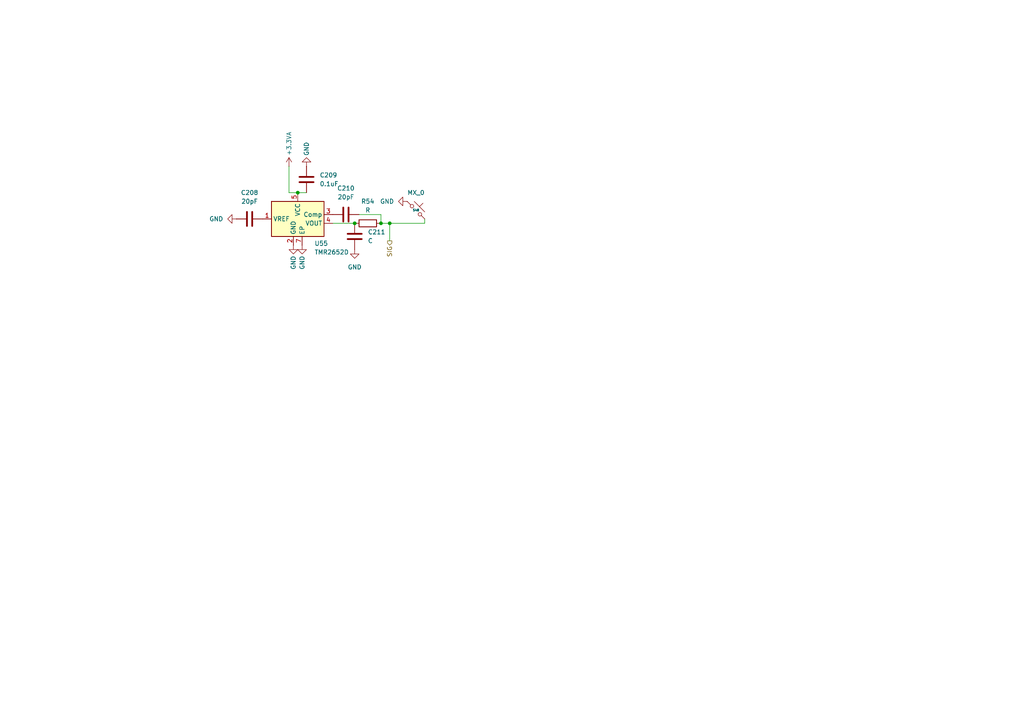
<source format=kicad_sch>
(kicad_sch (version 20250114) (generator "eeschema") (generator_version "9.0")
  (paper "A4")
  (lib_symbols
    (symbol "Device:C" (pin_numbers (hide yes)) (pin_names (offset 0.254))
      (property "Reference" "C" (at 0.635 2.54 0))
      (property "Value" "C" (at 0.635 -2.54 0))
      (symbol "C_0_1"
        (polyline (pts (xy -2.032 0.762) (xy 2.032 0.762)) (stroke (width 0.508)))
        (polyline (pts (xy -2.032 -0.762) (xy 2.032 -0.762)) (stroke (width 0.508)))
      )
      (symbol "C_1_1"
        (pin passive line (at 0 3.81 270) (length 2.794) (name "~") (number "1"))
        (pin passive line (at 0 -3.81 90) (length 2.794) (name "~") (number "2"))
      )
    )
    (symbol "Device:R" (pin_numbers (hide yes)) (pin_names (offset 0))
      (property "Reference" "R" (at 2.032 0 90))
      (property "Value" "R" (at 0 0 90))
      (symbol "R_0_1"
        (rectangle (start -1.016 -2.54) (end 1.016 2.54) (stroke (width 0.254)))
      )
      (symbol "R_1_1"
        (pin passive line (at 0 3.81 270) (length 1.27) (name "~") (number "1"))
        (pin passive line (at 0 -3.81 90) (length 1.27) (name "~") (number "2"))
      )
    )
    (symbol "ScottoKeebs:Placeholder_Keyswitch" (pin_numbers (hide yes)) (pin_names (offset 1.016) (hide yes))
      (property "Reference" "S" (at 0 0 0))
      (symbol "Placeholder_Keyswitch_0_1"
        (polyline (pts (xy -2.54 2.54) (xy -1.524 1.524) (xy -1.524 1.524)))
        (circle (center -1.1684 1.1684) (radius 0.508))
        (polyline (pts (xy -0.508 2.54) (xy 2.54 -0.508)))
        (polyline (pts (xy 1.016 1.016) (xy 2.032 2.032)))
        (circle (center 1.143 -1.1938) (radius 0.508))
        (polyline (pts (xy 1.524 -1.524) (xy 2.54 -2.54) (xy 2.54 -2.54) (xy 2.54 -2.54)))
        (pin passive line (at -2.54 2.54 0) (length 0) (name "1") (number "1"))
        (pin passive line (at 2.54 -2.54 180) (length 0) (name "2") (number "2"))
      )
    )
    (symbol "power:+3.3V" (power) (pin_numbers (hide yes)) (pin_names (offset 0) (hide yes))
      (property "Value" "+3.3V" (at 0 3.556 0))
      (symbol "+3.3V_0_1"
        (polyline (pts (xy -0.762 1.27) (xy 0 2.54)))
        (polyline (pts (xy 0 2.54) (xy 0.762 1.27)))
        (polyline (pts (xy 0 0) (xy 0 2.54)))
      )
      (symbol "+3.3V_1_1"
        (pin power_in line (at 0 0 90) (length 0) (name "~") (number "1"))
      )
    )
    (symbol "power:GND" (power) (pin_numbers (hide yes)) (pin_names (offset 0) (hide yes))
      (property "Value" "GND" (at 0 -3.81 0))
      (symbol "GND_0_1"
        (polyline (pts (xy 0 0) (xy 0 -1.27) (xy 1.27 -1.27) (xy 0 -2.54) (xy -1.27 -1.27) (xy 0 -1.27)))
      )
      (symbol "GND_1_1"
        (pin power_in line (at 0 0 270) (length 0) (name "~") (number "1"))
      )
    )
    (symbol "prometheus-65-symbols:TMR2652D"
      (property "Reference" "U" (at 6.858 -6.604 0))
      (property "Value" "TMR2652D" (at 11.176 -8.636 0))
      (symbol "TMR2652D_0_0"
        (rectangle (start -7.62 5.08) (end 7.62 -5.08) (stroke (width 0.254)) (fill (type background)))
      )
      (symbol "TMR2652D_1_1"
        (pin passive line (at -10.16 0 0) (length 2.54) (name "VREF") (number "1"))
        (pin no_connect line (at -10.16 -2.54 0) (length 2.54) (hide yes) (name "NC") (number "6"))
        (pin power_in line (at -1.27 -7.62 90) (length 2.54) (name "GND") (number "2"))
        (pin power_in line (at 0 7.62 270) (length 2.54) (name "VCC") (number "5"))
        (pin power_in line (at 1.27 -7.62 90) (length 2.54) (name "EP") (number "7"))
        (pin passive line (at 10.16 1.27 180) (length 2.54) (name "Comp") (number "3"))
        (pin output line (at 10.16 -1.27 180) (length 2.54) (name "VOUT") (number "4"))
      )
    )
  )
  (junction (at 86.36 55.88))
  (junction (at 110.49 64.77))
  (junction (at 113.03 64.77))
  (junction (at 102.87 64.77))
  (wire (pts (xy 113.03 64.77) (xy 113.03 69.85)))
  (wire (pts (xy 110.49 62.23) (xy 110.49 64.77)))
  (wire (pts (xy 104.14 62.23) (xy 110.49 62.23)))
  (wire (pts (xy 123.19 64.77) (xy 123.19 63.5)))
  (wire (pts (xy 88.9 55.88) (xy 86.36 55.88)))
  (wire (pts (xy 113.03 64.77) (xy 123.19 64.77)))
  (wire (pts (xy 83.82 48.26) (xy 83.82 55.88)))
  (wire (pts (xy 110.49 64.77) (xy 113.03 64.77)))
  (wire (pts (xy 96.52 64.77) (xy 102.87 64.77)))
  (wire (pts (xy 83.82 55.88) (xy 86.36 55.88)))
  (hierarchical_label "SIG" (shape output) (at 113.03 69.85 270))
  (symbol (lib_id "Device:C") (at 72.39 63.5 90) (unit 1)
    (property "Reference" "C20" (at 72.39 55.88 90))
    (property "Value" "20pF" (at 72.39 58.42 90))
    (property "Description" "Unpolarized capacitor" (effects (hide yes)))
    (instances (project "prometheus-65" (path "" (reference "C208") (unit 1)) (path "" (reference "C244") (unit 1)) (path "" (reference "C172") (unit 1)) (path "" (reference "C88") (unit 1)) (path "" (reference "C68") (unit 1)) (path "" (reference "C20") (unit 1)) (path "" (reference "C124") (unit 1)) (path "" (reference "C160") (unit 1)) (path "" (reference "C60") (unit 1)) (path "" (reference "C220") (unit 1)) (path "" (reference "C36") (unit 1)) (path "" (reference "C28") (unit 1)) (path "" (reference "C268") (unit 1)) (path "" (reference "C156") (unit 1)) (path "" (reference "C148") (unit 1)) (path "" (reference "C132") (unit 1)) (path "" (reference "C248") (unit 1)) (path "" (reference "C260") (unit 1)) (path "" (reference "C100") (unit 1)) (path "" (reference "C128") (unit 1)) (path "" (reference "C200") (unit 1)) (path "" (reference "C120") (unit 1)) (path "" (reference "C180") (unit 1)) (path "" (reference "C52") (unit 1)) (path "" (reference "C140") (unit 1)) (path "" (reference "C112") (unit 1)) (path "" (reference "C96") (unit 1)) (path "" (reference "C204") (unit 1)) (path "" (reference "C272") (unit 1)) (path "" (reference "C48") (unit 1)) (path "" (reference "C252") (unit 1)) (path "" (reference "C168") (unit 1)) (path "" (reference "C212") (unit 1)) (path "" (reference "C192") (unit 1)) (path "" (reference "C108") (unit 1)) (path "" (reference "C232") (unit 1)) (path "" (reference "C104") (unit 1)) (path "" (reference "C184") (unit 1)) (path "" (reference "C56") (unit 1)) (path "" (reference "C196") (unit 1)) (path "" (reference "C22") (unit 1)) (path "" (reference "C92") (unit 1)) (path "" (reference "C72") (unit 1)) (path "" (reference "C116") (unit 1)) (path "" (reference "C76") (unit 1)) (path "" (reference "C32") (unit 1)) (path "" (reference "C228") (unit 1)) (path "" (reference "C240") (unit 1)) (path "" (reference "C40") (unit 1)) (path "" (reference "C136") (unit 1)) (path "" (reference "C164") (unit 1)) (path "" (reference "C224") (unit 1)) (path "" (reference "C264") (unit 1)) (path "" (reference "C236") (unit 1)) (path "" (reference "C152") (unit 1)) (path "" (reference "C84") (unit 1)) (path "" (reference "C80") (unit 1)) (path "" (reference "C188") (unit 1)) (path "" (reference "C144") (unit 1)) (path "" (reference "C44") (unit 1)) (path "" (reference "C216") (unit 1)) (path "" (reference "C176") (unit 1)) (path "" (reference "C256") (unit 1)) (path "" (reference "C64") (unit 1))))
  )
  (symbol (lib_id "power:GND") (at 102.87 72.39 0) (unit 1)
    (property "Reference" "#PWR055" (effects (hide yes)))
    (property "Value" "GND" (at 102.87 77.47 0))
    (property "Description" "Power symbol creates a global label with name \"GND\" , ground" (effects (hide yes)))
    (instances (project "prometheus-65" (path "" (reference "#PWR0397") (unit 1)) (path "" (reference "#PWR0460") (unit 1)) (path "" (reference "#PWR0334") (unit 1)) (path "" (reference "#PWR0179") (unit 1)) (path "" (reference "#PWR0140") (unit 1)) (path "" (reference "#PWR055") (unit 1)) (path "" (reference "#PWR0246") (unit 1)) (path "" (reference "#PWR0313") (unit 1)) (path "" (reference "#PWR0126") (unit 1)) (path "" (reference "#PWR0418") (unit 1)) (path "" (reference "#PWR084") (unit 1)) (path "" (reference "#PWR070") (unit 1)) (path "" (reference "#PWR0502") (unit 1)) (path "" (reference "#PWR0306") (unit 1)) (path "" (reference "#PWR0292") (unit 1)) (path "" (reference "#PWR0260") (unit 1)) (path "" (reference "#PWR0467") (unit 1)) (path "" (reference "#PWR0488") (unit 1)) (path "" (reference "#PWR0200") (unit 1)) (path "" (reference "#PWR0253") (unit 1)) (path "" (reference "#PWR0383") (unit 1)) (path "" (reference "#PWR0239") (unit 1)) (path "" (reference "#PWR0348") (unit 1)) (path "" (reference "#PWR0112") (unit 1)) (path "" (reference "#PWR0274") (unit 1)) (path "" (reference "#PWR0221") (unit 1)) (path "" (reference "#PWR0193") (unit 1)) (path "" (reference "#PWR0390") (unit 1)) (path "" (reference "#PWR0509") (unit 1)) (path "" (reference "#PWR0105") (unit 1)) (path "" (reference "#PWR0474") (unit 1)) (path "" (reference "#PWR0327") (unit 1)) (path "" (reference "#PWR0404") (unit 1)) (path "" (reference "#PWR0369") (unit 1)) (path "" (reference "#PWR0214") (unit 1)) (path "" (reference "#PWR0439") (unit 1)) (path "" (reference "#PWR0207") (unit 1)) (path "" (reference "#PWR0355") (unit 1)) (path "" (reference "#PWR0119") (unit 1)) (path "" (reference "#PWR0376") (unit 1)) (path "" (reference "#PWR063") (unit 1)) (path "" (reference "#PWR0186") (unit 1)) (path "" (reference "#PWR0147") (unit 1)) (path "" (reference "#PWR0232") (unit 1)) (path "" (reference "#PWR0154") (unit 1)) (path "" (reference "#PWR077") (unit 1)) (path "" (reference "#PWR0432") (unit 1)) (path "" (reference "#PWR0453") (unit 1)) (path "" (reference "#PWR091") (unit 1)) (path "" (reference "#PWR0267") (unit 1)) (path "" (reference "#PWR0320") (unit 1)) (path "" (reference "#PWR0425") (unit 1)) (path "" (reference "#PWR0495") (unit 1)) (path "" (reference "#PWR0446") (unit 1)) (path "" (reference "#PWR0299") (unit 1)) (path "" (reference "#PWR0172") (unit 1)) (path "" (reference "#PWR0161") (unit 1)) (path "" (reference "#PWR0362") (unit 1)) (path "" (reference "#PWR0281") (unit 1)) (path "" (reference "#PWR098") (unit 1)) (path "" (reference "#PWR0411") (unit 1)) (path "" (reference "#PWR0341") (unit 1)) (path "" (reference "#PWR0481") (unit 1)) (path "" (reference "#PWR0133") (unit 1))))
  )
  (symbol (lib_id "power:GND") (at 68.58 63.5 270) (unit 1)
    (property "Reference" "#PWR054" (effects (hide yes)))
    (property "Value" "GND" (at 64.77 63.4999 90) (effects (justify right)))
    (property "Description" "Power symbol creates a global label with name \"GND\" , ground" (effects (hide yes)))
    (instances (project "prometheus-65" (path "" (reference "#PWR0392") (unit 1)) (path "" (reference "#PWR0455") (unit 1)) (path "" (reference "#PWR0329") (unit 1)) (path "" (reference "#PWR0174") (unit 1)) (path "" (reference "#PWR0135") (unit 1)) (path "" (reference "#PWR054") (unit 1)) (path "" (reference "#PWR0241") (unit 1)) (path "" (reference "#PWR0308") (unit 1)) (path "" (reference "#PWR0121") (unit 1)) (path "" (reference "#PWR0413") (unit 1)) (path "" (reference "#PWR079") (unit 1)) (path "" (reference "#PWR065") (unit 1)) (path "" (reference "#PWR0497") (unit 1)) (path "" (reference "#PWR0301") (unit 1)) (path "" (reference "#PWR0287") (unit 1)) (path "" (reference "#PWR0255") (unit 1)) (path "" (reference "#PWR0462") (unit 1)) (path "" (reference "#PWR0483") (unit 1)) (path "" (reference "#PWR0195") (unit 1)) (path "" (reference "#PWR0248") (unit 1)) (path "" (reference "#PWR0378") (unit 1)) (path "" (reference "#PWR0234") (unit 1)) (path "" (reference "#PWR0343") (unit 1)) (path "" (reference "#PWR0107") (unit 1)) (path "" (reference "#PWR0269") (unit 1)) (path "" (reference "#PWR0216") (unit 1)) (path "" (reference "#PWR0188") (unit 1)) (path "" (reference "#PWR0385") (unit 1)) (path "" (reference "#PWR0504") (unit 1)) (path "" (reference "#PWR0100") (unit 1)) (path "" (reference "#PWR0469") (unit 1)) (path "" (reference "#PWR0322") (unit 1)) (path "" (reference "#PWR0399") (unit 1)) (path "" (reference "#PWR0364") (unit 1)) (path "" (reference "#PWR0209") (unit 1)) (path "" (reference "#PWR0434") (unit 1)) (path "" (reference "#PWR0202") (unit 1)) (path "" (reference "#PWR0350") (unit 1)) (path "" (reference "#PWR0114") (unit 1)) (path "" (reference "#PWR0371") (unit 1)) (path "" (reference "#PWR058") (unit 1)) (path "" (reference "#PWR0181") (unit 1)) (path "" (reference "#PWR0142") (unit 1)) (path "" (reference "#PWR0227") (unit 1)) (path "" (reference "#PWR0149") (unit 1)) (path "" (reference "#PWR072") (unit 1)) (path "" (reference "#PWR0427") (unit 1)) (path "" (reference "#PWR0448") (unit 1)) (path "" (reference "#PWR086") (unit 1)) (path "" (reference "#PWR0262") (unit 1)) (path "" (reference "#PWR0315") (unit 1)) (path "" (reference "#PWR0420") (unit 1)) (path "" (reference "#PWR0490") (unit 1)) (path "" (reference "#PWR0441") (unit 1)) (path "" (reference "#PWR0294") (unit 1)) (path "" (reference "#PWR0167") (unit 1)) (path "" (reference "#PWR0156") (unit 1)) (path "" (reference "#PWR0357") (unit 1)) (path "" (reference "#PWR0276") (unit 1)) (path "" (reference "#PWR093") (unit 1)) (path "" (reference "#PWR0406") (unit 1)) (path "" (reference "#PWR0336") (unit 1)) (path "" (reference "#PWR0476") (unit 1)) (path "" (reference "#PWR0128") (unit 1))))
  )
  (symbol (lib_id "power:GND") (at 85.09 71.12 0) (unit 1)
    (property "Reference" "#PWR051" (effects (hide yes)))
    (property "Value" "GND" (at 85.09 76.2 90))
    (property "Description" "Power symbol creates a global label with name \"GND\" , ground" (effects (hide yes)))
    (instances (project "prometheus-65" (path "" (reference "#PWR0394") (unit 1)) (path "" (reference "#PWR0457") (unit 1)) (path "" (reference "#PWR0331") (unit 1)) (path "" (reference "#PWR0176") (unit 1)) (path "" (reference "#PWR0137") (unit 1)) (path "" (reference "#PWR051") (unit 1)) (path "" (reference "#PWR0243") (unit 1)) (path "" (reference "#PWR0310") (unit 1)) (path "" (reference "#PWR0123") (unit 1)) (path "" (reference "#PWR0415") (unit 1)) (path "" (reference "#PWR081") (unit 1)) (path "" (reference "#PWR067") (unit 1)) (path "" (reference "#PWR0499") (unit 1)) (path "" (reference "#PWR0303") (unit 1)) (path "" (reference "#PWR0289") (unit 1)) (path "" (reference "#PWR0257") (unit 1)) (path "" (reference "#PWR0464") (unit 1)) (path "" (reference "#PWR0485") (unit 1)) (path "" (reference "#PWR0197") (unit 1)) (path "" (reference "#PWR0250") (unit 1)) (path "" (reference "#PWR0380") (unit 1)) (path "" (reference "#PWR0236") (unit 1)) (path "" (reference "#PWR0345") (unit 1)) (path "" (reference "#PWR0109") (unit 1)) (path "" (reference "#PWR0271") (unit 1)) (path "" (reference "#PWR0218") (unit 1)) (path "" (reference "#PWR0190") (unit 1)) (path "" (reference "#PWR0387") (unit 1)) (path "" (reference "#PWR0506") (unit 1)) (path "" (reference "#PWR0102") (unit 1)) (path "" (reference "#PWR0471") (unit 1)) (path "" (reference "#PWR0324") (unit 1)) (path "" (reference "#PWR0401") (unit 1)) (path "" (reference "#PWR0366") (unit 1)) (path "" (reference "#PWR0211") (unit 1)) (path "" (reference "#PWR0436") (unit 1)) (path "" (reference "#PWR0204") (unit 1)) (path "" (reference "#PWR0352") (unit 1)) (path "" (reference "#PWR0116") (unit 1)) (path "" (reference "#PWR0373") (unit 1)) (path "" (reference "#PWR060") (unit 1)) (path "" (reference "#PWR0183") (unit 1)) (path "" (reference "#PWR0144") (unit 1)) (path "" (reference "#PWR0229") (unit 1)) (path "" (reference "#PWR0151") (unit 1)) (path "" (reference "#PWR074") (unit 1)) (path "" (reference "#PWR0429") (unit 1)) (path "" (reference "#PWR0450") (unit 1)) (path "" (reference "#PWR088") (unit 1)) (path "" (reference "#PWR0264") (unit 1)) (path "" (reference "#PWR0317") (unit 1)) (path "" (reference "#PWR0422") (unit 1)) (path "" (reference "#PWR0492") (unit 1)) (path "" (reference "#PWR0443") (unit 1)) (path "" (reference "#PWR0296") (unit 1)) (path "" (reference "#PWR0169") (unit 1)) (path "" (reference "#PWR0158") (unit 1)) (path "" (reference "#PWR0359") (unit 1)) (path "" (reference "#PWR0278") (unit 1)) (path "" (reference "#PWR095") (unit 1)) (path "" (reference "#PWR0408") (unit 1)) (path "" (reference "#PWR0338") (unit 1)) (path "" (reference "#PWR0478") (unit 1)) (path "" (reference "#PWR0130") (unit 1))))
  )
  (symbol (lib_id "power:+3.3V") (at 83.82 48.26 0) (unit 1)
    (property "Reference" "#PWR053" (effects (hide yes)))
    (property "Value" "+3.3VA" (at 83.82 41.656 90))
    (property "Description" "Power symbol creates a global label with name \"+3.3V\"" (effects (hide yes)))
    (instances (project "prometheus-65" (path "" (reference "#PWR0393") (unit 1)) (path "" (reference "#PWR0456") (unit 1)) (path "" (reference "#PWR0330") (unit 1)) (path "" (reference "#PWR0175") (unit 1)) (path "" (reference "#PWR0136") (unit 1)) (path "" (reference "#PWR053") (unit 1)) (path "" (reference "#PWR0242") (unit 1)) (path "" (reference "#PWR0309") (unit 1)) (path "" (reference "#PWR0122") (unit 1)) (path "" (reference "#PWR0414") (unit 1)) (path "" (reference "#PWR080") (unit 1)) (path "" (reference "#PWR066") (unit 1)) (path "" (reference "#PWR0498") (unit 1)) (path "" (reference "#PWR0302") (unit 1)) (path "" (reference "#PWR0288") (unit 1)) (path "" (reference "#PWR0256") (unit 1)) (path "" (reference "#PWR0463") (unit 1)) (path "" (reference "#PWR0484") (unit 1)) (path "" (reference "#PWR0196") (unit 1)) (path "" (reference "#PWR0249") (unit 1)) (path "" (reference "#PWR0379") (unit 1)) (path "" (reference "#PWR0235") (unit 1)) (path "" (reference "#PWR0344") (unit 1)) (path "" (reference "#PWR0108") (unit 1)) (path "" (reference "#PWR0270") (unit 1)) (path "" (reference "#PWR0217") (unit 1)) (path "" (reference "#PWR0189") (unit 1)) (path "" (reference "#PWR0386") (unit 1)) (path "" (reference "#PWR0505") (unit 1)) (path "" (reference "#PWR0101") (unit 1)) (path "" (reference "#PWR0470") (unit 1)) (path "" (reference "#PWR0323") (unit 1)) (path "" (reference "#PWR0400") (unit 1)) (path "" (reference "#PWR0365") (unit 1)) (path "" (reference "#PWR0210") (unit 1)) (path "" (reference "#PWR0435") (unit 1)) (path "" (reference "#PWR0203") (unit 1)) (path "" (reference "#PWR0351") (unit 1)) (path "" (reference "#PWR0115") (unit 1)) (path "" (reference "#PWR0372") (unit 1)) (path "" (reference "#PWR059") (unit 1)) (path "" (reference "#PWR0182") (unit 1)) (path "" (reference "#PWR0143") (unit 1)) (path "" (reference "#PWR0228") (unit 1)) (path "" (reference "#PWR0150") (unit 1)) (path "" (reference "#PWR073") (unit 1)) (path "" (reference "#PWR0428") (unit 1)) (path "" (reference "#PWR0449") (unit 1)) (path "" (reference "#PWR087") (unit 1)) (path "" (reference "#PWR0263") (unit 1)) (path "" (reference "#PWR0316") (unit 1)) (path "" (reference "#PWR0421") (unit 1)) (path "" (reference "#PWR0491") (unit 1)) (path "" (reference "#PWR0442") (unit 1)) (path "" (reference "#PWR0295") (unit 1)) (path "" (reference "#PWR0168") (unit 1)) (path "" (reference "#PWR0157") (unit 1)) (path "" (reference "#PWR0358") (unit 1)) (path "" (reference "#PWR0277") (unit 1)) (path "" (reference "#PWR094") (unit 1)) (path "" (reference "#PWR0407") (unit 1)) (path "" (reference "#PWR0337") (unit 1)) (path "" (reference "#PWR0477") (unit 1)) (path "" (reference "#PWR0129") (unit 1))))
  )
  (symbol (lib_id "Device:C") (at 102.87 68.58 0) (unit 1)
    (property "Reference" "C25" (at 106.68 67.3099 0) (effects (justify left)))
    (property "Value" "C" (at 106.68 69.8499 0) (effects (justify left)))
    (property "Description" "Unpolarized capacitor" (effects (hide yes)))
    (instances (project "prometheus-65" (path "" (reference "C211") (unit 1)) (path "" (reference "C247") (unit 1)) (path "" (reference "C175") (unit 1)) (path "" (reference "C91") (unit 1)) (path "" (reference "C71") (unit 1)) (path "" (reference "C25") (unit 1)) (path "" (reference "C127") (unit 1)) (path "" (reference "C163") (unit 1)) (path "" (reference "C63") (unit 1)) (path "" (reference "C223") (unit 1)) (path "" (reference "C39") (unit 1)) (path "" (reference "C31") (unit 1)) (path "" (reference "C271") (unit 1)) (path "" (reference "C159") (unit 1)) (path "" (reference "C151") (unit 1)) (path "" (reference "C135") (unit 1)) (path "" (reference "C251") (unit 1)) (path "" (reference "C263") (unit 1)) (path "" (reference "C103") (unit 1)) (path "" (reference "C131") (unit 1)) (path "" (reference "C203") (unit 1)) (path "" (reference "C123") (unit 1)) (path "" (reference "C183") (unit 1)) (path "" (reference "C55") (unit 1)) (path "" (reference "C143") (unit 1)) (path "" (reference "C115") (unit 1)) (path "" (reference "C99") (unit 1)) (path "" (reference "C207") (unit 1)) (path "" (reference "C275") (unit 1)) (path "" (reference "C51") (unit 1)) (path "" (reference "C255") (unit 1)) (path "" (reference "C171") (unit 1)) (path "" (reference "C215") (unit 1)) (path "" (reference "C195") (unit 1)) (path "" (reference "C111") (unit 1)) (path "" (reference "C235") (unit 1)) (path "" (reference "C107") (unit 1)) (path "" (reference "C187") (unit 1)) (path "" (reference "C59") (unit 1)) (path "" (reference "C199") (unit 1)) (path "" (reference "C27") (unit 1)) (path "" (reference "C95") (unit 1)) (path "" (reference "C75") (unit 1)) (path "" (reference "C119") (unit 1)) (path "" (reference "C79") (unit 1)) (path "" (reference "C35") (unit 1)) (path "" (reference "C231") (unit 1)) (path "" (reference "C243") (unit 1)) (path "" (reference "C43") (unit 1)) (path "" (reference "C139") (unit 1)) (path "" (reference "C167") (unit 1)) (path "" (reference "C227") (unit 1)) (path "" (reference "C267") (unit 1)) (path "" (reference "C239") (unit 1)) (path "" (reference "C155") (unit 1)) (path "" (reference "C87") (unit 1)) (path "" (reference "C83") (unit 1)) (path "" (reference "C191") (unit 1)) (path "" (reference "C147") (unit 1)) (path "" (reference "C47") (unit 1)) (path "" (reference "C219") (unit 1)) (path "" (reference "C179") (unit 1)) (path "" (reference "C259") (unit 1)) (path "" (reference "C67") (unit 1))))
  )
  (symbol (lib_id "Device:R") (at 106.68 64.77 90) (unit 1)
    (property "Reference" "R7" (at 106.68 58.42 90))
    (property "Value" "R" (at 106.68 60.96 90))
    (property "Description" "Resistor" (effects (hide yes)))
    (instances (project "prometheus-65" (path "" (reference "R54") (unit 1)) (path "" (reference "R63") (unit 1)) (path "" (reference "R45") (unit 1)) (path "" (reference "R24") (unit 1)) (path "" (reference "R19") (unit 1)) (path "" (reference "R7") (unit 1)) (path "" (reference "R33") (unit 1)) (path "" (reference "R42") (unit 1)) (path "" (reference "R17") (unit 1)) (path "" (reference "R57") (unit 1)) (path "" (reference "R11") (unit 1)) (path "" (reference "R9") (unit 1)) (path "" (reference "R69") (unit 1)) (path "" (reference "R41") (unit 1)) (path "" (reference "R39") (unit 1)) (path "" (reference "R35") (unit 1)) (path "" (reference "R64") (unit 1)) (path "" (reference "R67") (unit 1)) (path "" (reference "R27") (unit 1)) (path "" (reference "R34") (unit 1)) (path "" (reference "R52") (unit 1)) (path "" (reference "R32") (unit 1)) (path "" (reference "R47") (unit 1)) (path "" (reference "R15") (unit 1)) (path "" (reference "R37") (unit 1)) (path "" (reference "R30") (unit 1)) (path "" (reference "R26") (unit 1)) (path "" (reference "R53") (unit 1)) (path "" (reference "R70") (unit 1)) (path "" (reference "R14") (unit 1)) (path "" (reference "R65") (unit 1)) (path "" (reference "R44") (unit 1)) (path "" (reference "R55") (unit 1)) (path "" (reference "R50") (unit 1)) (path "" (reference "R29") (unit 1)) (path "" (reference "R60") (unit 1)) (path "" (reference "R28") (unit 1)) (path "" (reference "R48") (unit 1)) (path "" (reference "R16") (unit 1)) (path "" (reference "R51") (unit 1)) (path "" (reference "R8") (unit 1)) (path "" (reference "R25") (unit 1)) (path "" (reference "R20") (unit 1)) (path "" (reference "R31") (unit 1)) (path "" (reference "R21") (unit 1)) (path "" (reference "R10") (unit 1)) (path "" (reference "R59") (unit 1)) (path "" (reference "R62") (unit 1)) (path "" (reference "R12") (unit 1)) (path "" (reference "R36") (unit 1)) (path "" (reference "R43") (unit 1)) (path "" (reference "R58") (unit 1)) (path "" (reference "R68") (unit 1)) (path "" (reference "R61") (unit 1)) (path "" (reference "R40") (unit 1)) (path "" (reference "R23") (unit 1)) (path "" (reference "R22") (unit 1)) (path "" (reference "R49") (unit 1)) (path "" (reference "R38") (unit 1)) (path "" (reference "R13") (unit 1)) (path "" (reference "R56") (unit 1)) (path "" (reference "R46") (unit 1)) (path "" (reference "R66") (unit 1)) (path "" (reference "R18") (unit 1))))
  )
  (symbol (lib_id "power:GND") (at 87.63 71.12 0) (unit 1)
    (property "Reference" "#PWR052" (effects (hide yes)))
    (property "Value" "GND" (at 87.63 76.2 90))
    (property "Description" "Power symbol creates a global label with name \"GND\" , ground" (effects (hide yes)))
    (instances (project "prometheus-65" (path "" (reference "#PWR0395") (unit 1)) (path "" (reference "#PWR0458") (unit 1)) (path "" (reference "#PWR0332") (unit 1)) (path "" (reference "#PWR0177") (unit 1)) (path "" (reference "#PWR0138") (unit 1)) (path "" (reference "#PWR052") (unit 1)) (path "" (reference "#PWR0244") (unit 1)) (path "" (reference "#PWR0311") (unit 1)) (path "" (reference "#PWR0124") (unit 1)) (path "" (reference "#PWR0416") (unit 1)) (path "" (reference "#PWR082") (unit 1)) (path "" (reference "#PWR068") (unit 1)) (path "" (reference "#PWR0500") (unit 1)) (path "" (reference "#PWR0304") (unit 1)) (path "" (reference "#PWR0290") (unit 1)) (path "" (reference "#PWR0258") (unit 1)) (path "" (reference "#PWR0465") (unit 1)) (path "" (reference "#PWR0486") (unit 1)) (path "" (reference "#PWR0198") (unit 1)) (path "" (reference "#PWR0251") (unit 1)) (path "" (reference "#PWR0381") (unit 1)) (path "" (reference "#PWR0237") (unit 1)) (path "" (reference "#PWR0346") (unit 1)) (path "" (reference "#PWR0110") (unit 1)) (path "" (reference "#PWR0272") (unit 1)) (path "" (reference "#PWR0219") (unit 1)) (path "" (reference "#PWR0191") (unit 1)) (path "" (reference "#PWR0388") (unit 1)) (path "" (reference "#PWR0507") (unit 1)) (path "" (reference "#PWR0103") (unit 1)) (path "" (reference "#PWR0472") (unit 1)) (path "" (reference "#PWR0325") (unit 1)) (path "" (reference "#PWR0402") (unit 1)) (path "" (reference "#PWR0367") (unit 1)) (path "" (reference "#PWR0212") (unit 1)) (path "" (reference "#PWR0437") (unit 1)) (path "" (reference "#PWR0205") (unit 1)) (path "" (reference "#PWR0353") (unit 1)) (path "" (reference "#PWR0117") (unit 1)) (path "" (reference "#PWR0374") (unit 1)) (path "" (reference "#PWR061") (unit 1)) (path "" (reference "#PWR0184") (unit 1)) (path "" (reference "#PWR0145") (unit 1)) (path "" (reference "#PWR0230") (unit 1)) (path "" (reference "#PWR0152") (unit 1)) (path "" (reference "#PWR075") (unit 1)) (path "" (reference "#PWR0430") (unit 1)) (path "" (reference "#PWR0451") (unit 1)) (path "" (reference "#PWR089") (unit 1)) (path "" (reference "#PWR0265") (unit 1)) (path "" (reference "#PWR0318") (unit 1)) (path "" (reference "#PWR0423") (unit 1)) (path "" (reference "#PWR0493") (unit 1)) (path "" (reference "#PWR0444") (unit 1)) (path "" (reference "#PWR0297") (unit 1)) (path "" (reference "#PWR0170") (unit 1)) (path "" (reference "#PWR0159") (unit 1)) (path "" (reference "#PWR0360") (unit 1)) (path "" (reference "#PWR0279") (unit 1)) (path "" (reference "#PWR096") (unit 1)) (path "" (reference "#PWR0409") (unit 1)) (path "" (reference "#PWR0339") (unit 1)) (path "" (reference "#PWR0479") (unit 1)) (path "" (reference "#PWR0131") (unit 1))))
  )
  (symbol (lib_id "prometheus-65-symbols:TMR2652D") (at 86.36 63.5 0) (unit 1)
    (property "Reference" "U5" (at 91.186 70.612 0) (effects (justify left)))
    (property "Value" "TMR2652D" (at 91.186 73.152 0) (effects (justify left)))
    (property "Footprint" "prometheus-65-footprints:TMR2652D" (effects (hide yes)))
    (property "Datasheet" "kicad-embed://TMR265x.pdf" (effects (hide yes)))
    (instances (project "prometheus-65" (path "" (reference "U55") (unit 1)) (path "" (reference "U64") (unit 1)) (path "" (reference "U46") (unit 1)) (path "" (reference "U23") (unit 1)) (path "" (reference "U17") (unit 1)) (path "" (reference "U5") (unit 1)) (path "" (reference "U33") (unit 1)) (path "" (reference "U43") (unit 1)) (path "" (reference "U15") (unit 1)) (path "" (reference "U58") (unit 1)) (path "" (reference "U9") (unit 1)) (path "" (reference "U7") (unit 1)) (path "" (reference "U70") (unit 1)) (path "" (reference "U42") (unit 1)) (path "" (reference "U40") (unit 1)) (path "" (reference "U35") (unit 1)) (path "" (reference "U65") (unit 1)) (path "" (reference "U68") (unit 1)) (path "" (reference "U26") (unit 1)) (path "" (reference "U34") (unit 1)) (path "" (reference "U53") (unit 1)) (path "" (reference "U32") (unit 1)) (path "" (reference "U48") (unit 1)) (path "" (reference "U13") (unit 1)) (path "" (reference "U37") (unit 1)) (path "" (reference "U29") (unit 1)) (path "" (reference "U25") (unit 1)) (path "" (reference "U54") (unit 1)) (path "" (reference "U71") (unit 1)) (path "" (reference "U12") (unit 1)) (path "" (reference "U66") (unit 1)) (path "" (reference "U45") (unit 1)) (path "" (reference "U56") (unit 1)) (path "" (reference "U51") (unit 1)) (path "" (reference "U28") (unit 1)) (path "" (reference "U61") (unit 1)) (path "" (reference "U27") (unit 1)) (path "" (reference "U49") (unit 1)) (path "" (reference "U14") (unit 1)) (path "" (reference "U52") (unit 1)) (path "" (reference "U6") (unit 1)) (path "" (reference "U24") (unit 1)) (path "" (reference "U18") (unit 1)) (path "" (reference "U31") (unit 1)) (path "" (reference "U19") (unit 1)) (path "" (reference "U8") (unit 1)) (path "" (reference "U60") (unit 1)) (path "" (reference "U63") (unit 1)) (path "" (reference "U10") (unit 1)) (path "" (reference "U36") (unit 1)) (path "" (reference "U44") (unit 1)) (path "" (reference "U59") (unit 1)) (path "" (reference "U69") (unit 1)) (path "" (reference "U62") (unit 1)) (path "" (reference "U41") (unit 1)) (path "" (reference "U22") (unit 1)) (path "" (reference "U20") (unit 1)) (path "" (reference "U50") (unit 1)) (path "" (reference "U38") (unit 1)) (path "" (reference "U11") (unit 1)) (path "" (reference "U57") (unit 1)) (path "" (reference "U47") (unit 1)) (path "" (reference "U67") (unit 1)) (path "" (reference "U16") (unit 1))))
  )
  (symbol (lib_id "power:GND") (at 118.11 58.42 270) (unit 1)
    (property "Reference" "#PWR" (effects (hide yes)))
    (property "Value" "GND" (at 114.3 58.4199 90) (effects (justify right)))
    (property "Description" "Power symbol creates a global label with name \"GND\" , ground" (effects (hide yes)))
    (instances (project "prometheus-65" (path "" (reference "#PWR0398") (unit 1)) (path "" (reference "#PWR0461") (unit 1)) (path "" (reference "#PWR0335") (unit 1)) (path "" (reference "#PWR0180") (unit 1)) (path "" (reference "#PWR0141") (unit 1)) (path "" (reference "#PWR0247") (unit 1)) (path "" (reference "#PWR0314") (unit 1)) (path "" (reference "#PWR0127") (unit 1)) (path "" (reference "#PWR0419") (unit 1)) (path "" (reference "#PWR085") (unit 1)) (path "" (reference "#PWR071") (unit 1)) (path "" (reference "#PWR0503") (unit 1)) (path "" (reference "#PWR0307") (unit 1)) (path "" (reference "#PWR0293") (unit 1)) (path "" (reference "#PWR0261") (unit 1)) (path "" (reference "#PWR0468") (unit 1)) (path "" (reference "#PWR0489") (unit 1)) (path "" (reference "#PWR0201") (unit 1)) (path "" (reference "#PWR0254") (unit 1)) (path "" (reference "#PWR0384") (unit 1)) (path "" (reference "#PWR0240") (unit 1)) (path "" (reference "#PWR0349") (unit 1)) (path "" (reference "#PWR0113") (unit 1)) (path "" (reference "#PWR0275") (unit 1)) (path "" (reference "#PWR0222") (unit 1)) (path "" (reference "#PWR0194") (unit 1)) (path "" (reference "#PWR0391") (unit 1)) (path "" (reference "#PWR0510") (unit 1)) (path "" (reference "#PWR0106") (unit 1)) (path "" (reference "#PWR0475") (unit 1)) (path "" (reference "#PWR0328") (unit 1)) (path "" (reference "#PWR0405") (unit 1)) (path "" (reference "#PWR0370") (unit 1)) (path "" (reference "#PWR0215") (unit 1)) (path "" (reference "#PWR0440") (unit 1)) (path "" (reference "#PWR0208") (unit 1)) (path "" (reference "#PWR0356") (unit 1)) (path "" (reference "#PWR0120") (unit 1)) (path "" (reference "#PWR0377") (unit 1)) (path "" (reference "#PWR064") (unit 1)) (path "" (reference "#PWR0187") (unit 1)) (path "" (reference "#PWR0148") (unit 1)) (path "" (reference "#PWR0233") (unit 1)) (path "" (reference "#PWR0155") (unit 1)) (path "" (reference "#PWR078") (unit 1)) (path "" (reference "#PWR0433") (unit 1)) (path "" (reference "#PWR0454") (unit 1)) (path "" (reference "#PWR092") (unit 1)) (path "" (reference "#PWR0268") (unit 1)) (path "" (reference "#PWR0321") (unit 1)) (path "" (reference "#PWR0426") (unit 1)) (path "" (reference "#PWR0496") (unit 1)) (path "" (reference "#PWR0447") (unit 1)) (path "" (reference "#PWR0300") (unit 1)) (path "" (reference "#PWR0173") (unit 1)) (path "" (reference "#PWR0162") (unit 1)) (path "" (reference "#PWR0363") (unit 1)) (path "" (reference "#PWR0282") (unit 1)) (path "" (reference "#PWR099") (unit 1)) (path "" (reference "#PWR0412") (unit 1)) (path "" (reference "#PWR0342") (unit 1)) (path "" (reference "#PWR0482") (unit 1)) (path "" (reference "#PWR0134") (unit 1))))
  )
  (symbol (lib_id "power:GND") (at 88.9 48.26 180) (unit 1)
    (property "Reference" "#PWR056" (effects (hide yes)))
    (property "Value" "GND" (at 88.9 43.18 90))
    (property "Description" "Power symbol creates a global label with name \"GND\" , ground" (effects (hide yes)))
    (instances (project "prometheus-65" (path "" (reference "#PWR0396") (unit 1)) (path "" (reference "#PWR0459") (unit 1)) (path "" (reference "#PWR0333") (unit 1)) (path "" (reference "#PWR0178") (unit 1)) (path "" (reference "#PWR0139") (unit 1)) (path "" (reference "#PWR056") (unit 1)) (path "" (reference "#PWR0245") (unit 1)) (path "" (reference "#PWR0312") (unit 1)) (path "" (reference "#PWR0125") (unit 1)) (path "" (reference "#PWR0417") (unit 1)) (path "" (reference "#PWR083") (unit 1)) (path "" (reference "#PWR069") (unit 1)) (path "" (reference "#PWR0501") (unit 1)) (path "" (reference "#PWR0305") (unit 1)) (path "" (reference "#PWR0291") (unit 1)) (path "" (reference "#PWR0259") (unit 1)) (path "" (reference "#PWR0466") (unit 1)) (path "" (reference "#PWR0487") (unit 1)) (path "" (reference "#PWR0199") (unit 1)) (path "" (reference "#PWR0252") (unit 1)) (path "" (reference "#PWR0382") (unit 1)) (path "" (reference "#PWR0238") (unit 1)) (path "" (reference "#PWR0347") (unit 1)) (path "" (reference "#PWR0111") (unit 1)) (path "" (reference "#PWR0273") (unit 1)) (path "" (reference "#PWR0220") (unit 1)) (path "" (reference "#PWR0192") (unit 1)) (path "" (reference "#PWR0389") (unit 1)) (path "" (reference "#PWR0508") (unit 1)) (path "" (reference "#PWR0104") (unit 1)) (path "" (reference "#PWR0473") (unit 1)) (path "" (reference "#PWR0326") (unit 1)) (path "" (reference "#PWR0403") (unit 1)) (path "" (reference "#PWR0368") (unit 1)) (path "" (reference "#PWR0213") (unit 1)) (path "" (reference "#PWR0438") (unit 1)) (path "" (reference "#PWR0206") (unit 1)) (path "" (reference "#PWR0354") (unit 1)) (path "" (reference "#PWR0118") (unit 1)) (path "" (reference "#PWR0375") (unit 1)) (path "" (reference "#PWR062") (unit 1)) (path "" (reference "#PWR0185") (unit 1)) (path "" (reference "#PWR0146") (unit 1)) (path "" (reference "#PWR0231") (unit 1)) (path "" (reference "#PWR0153") (unit 1)) (path "" (reference "#PWR076") (unit 1)) (path "" (reference "#PWR0431") (unit 1)) (path "" (reference "#PWR0452") (unit 1)) (path "" (reference "#PWR090") (unit 1)) (path "" (reference "#PWR0266") (unit 1)) (path "" (reference "#PWR0319") (unit 1)) (path "" (reference "#PWR0424") (unit 1)) (path "" (reference "#PWR0494") (unit 1)) (path "" (reference "#PWR0445") (unit 1)) (path "" (reference "#PWR0298") (unit 1)) (path "" (reference "#PWR0171") (unit 1)) (path "" (reference "#PWR0160") (unit 1)) (path "" (reference "#PWR0361") (unit 1)) (path "" (reference "#PWR0280") (unit 1)) (path "" (reference "#PWR097") (unit 1)) (path "" (reference "#PWR0410") (unit 1)) (path "" (reference "#PWR0340") (unit 1)) (path "" (reference "#PWR0480") (unit 1)) (path "" (reference "#PWR0132") (unit 1))))
  )
  (symbol (lib_id "ScottoKeebs:Placeholder_Keyswitch") (at 120.65 60.96 0) (unit 1)
    (property "Reference" "S1" (at 120.65 60.96 0) (effects (font (size 0.635 0.635) (thickness 0.127) (bold yes))))
    (property "Value" "MX_0" (at 120.65 55.88 0))
    (instances (project "prometheus-65" (path "" (reference "S48") (unit 1)) (path "" (reference "S57") (unit 1)) (path "" (reference "S39") (unit 1)) (path "" (reference "S18") (unit 1)) (path "" (reference "S13") (unit 1)) (path "" (reference "S1") (unit 1)) (path "" (reference "S27") (unit 1)) (path "" (reference "S36") (unit 1)) (path "" (reference "S11") (unit 1)) (path "" (reference "S51") (unit 1)) (path "" (reference "S5") (unit 1)) (path "" (reference "S3") (unit 1)) (path "" (reference "S63") (unit 1)) (path "" (reference "S35") (unit 1)) (path "" (reference "S33") (unit 1)) (path "" (reference "S29") (unit 1)) (path "" (reference "S58") (unit 1)) (path "" (reference "S61") (unit 1)) (path "" (reference "S21") (unit 1)) (path "" (reference "S28") (unit 1)) (path "" (reference "S46") (unit 1)) (path "" (reference "S26") (unit 1)) (path "" (reference "S41") (unit 1)) (path "" (reference "S9") (unit 1)) (path "" (reference "S31") (unit 1)) (path "" (reference "S24") (unit 1)) (path "" (reference "S20") (unit 1)) (path "" (reference "S47") (unit 1)) (path "" (reference "S64") (unit 1)) (path "" (reference "S8") (unit 1)) (path "" (reference "S59") (unit 1)) (path "" (reference "S38") (unit 1)) (path "" (reference "S49") (unit 1)) (path "" (reference "S44") (unit 1)) (path "" (reference "S23") (unit 1)) (path "" (reference "S54") (unit 1)) (path "" (reference "S22") (unit 1)) (path "" (reference "S42") (unit 1)) (path "" (reference "S10") (unit 1)) (path "" (reference "S45") (unit 1)) (path "" (reference "S2") (unit 1)) (path "" (reference "S19") (unit 1)) (path "" (reference "S14") (unit 1)) (path "" (reference "S25") (unit 1)) (path "" (reference "S15") (unit 1)) (path "" (reference "S4") (unit 1)) (path "" (reference "S53") (unit 1)) (path "" (reference "S56") (unit 1)) (path "" (reference "S6") (unit 1)) (path "" (reference "S30") (unit 1)) (path "" (reference "S37") (unit 1)) (path "" (reference "S52") (unit 1)) (path "" (reference "S62") (unit 1)) (path "" (reference "S55") (unit 1)) (path "" (reference "S34") (unit 1)) (path "" (reference "S17") (unit 1)) (path "" (reference "S16") (unit 1)) (path "" (reference "S43") (unit 1)) (path "" (reference "S32") (unit 1)) (path "" (reference "S7") (unit 1)) (path "" (reference "S50") (unit 1)) (path "" (reference "S40") (unit 1)) (path "" (reference "S60") (unit 1)) (path "" (reference "S12") (unit 1))))
  )
  (symbol (lib_id "Device:C") (at 100.33 62.23 90) (unit 1)
    (property "Reference" "C21" (at 100.33 54.61 90))
    (property "Value" "20pF" (at 100.33 57.15 90))
    (property "Description" "Unpolarized capacitor" (effects (hide yes)))
    (instances (project "prometheus-65" (path "" (reference "C210") (unit 1)) (path "" (reference "C246") (unit 1)) (path "" (reference "C174") (unit 1)) (path "" (reference "C90") (unit 1)) (path "" (reference "C70") (unit 1)) (path "" (reference "C21") (unit 1)) (path "" (reference "C126") (unit 1)) (path "" (reference "C162") (unit 1)) (path "" (reference "C62") (unit 1)) (path "" (reference "C222") (unit 1)) (path "" (reference "C38") (unit 1)) (path "" (reference "C30") (unit 1)) (path "" (reference "C270") (unit 1)) (path "" (reference "C158") (unit 1)) (path "" (reference "C150") (unit 1)) (path "" (reference "C134") (unit 1)) (path "" (reference "C250") (unit 1)) (path "" (reference "C262") (unit 1)) (path "" (reference "C102") (unit 1)) (path "" (reference "C130") (unit 1)) (path "" (reference "C202") (unit 1)) (path "" (reference "C122") (unit 1)) (path "" (reference "C182") (unit 1)) (path "" (reference "C54") (unit 1)) (path "" (reference "C142") (unit 1)) (path "" (reference "C114") (unit 1)) (path "" (reference "C98") (unit 1)) (path "" (reference "C206") (unit 1)) (path "" (reference "C274") (unit 1)) (path "" (reference "C50") (unit 1)) (path "" (reference "C254") (unit 1)) (path "" (reference "C170") (unit 1)) (path "" (reference "C214") (unit 1)) (path "" (reference "C194") (unit 1)) (path "" (reference "C110") (unit 1)) (path "" (reference "C234") (unit 1)) (path "" (reference "C106") (unit 1)) (path "" (reference "C186") (unit 1)) (path "" (reference "C58") (unit 1)) (path "" (reference "C198") (unit 1)) (path "" (reference "C26") (unit 1)) (path "" (reference "C94") (unit 1)) (path "" (reference "C74") (unit 1)) (path "" (reference "C118") (unit 1)) (path "" (reference "C78") (unit 1)) (path "" (reference "C34") (unit 1)) (path "" (reference "C230") (unit 1)) (path "" (reference "C242") (unit 1)) (path "" (reference "C42") (unit 1)) (path "" (reference "C138") (unit 1)) (path "" (reference "C166") (unit 1)) (path "" (reference "C226") (unit 1)) (path "" (reference "C266") (unit 1)) (path "" (reference "C238") (unit 1)) (path "" (reference "C154") (unit 1)) (path "" (reference "C86") (unit 1)) (path "" (reference "C82") (unit 1)) (path "" (reference "C190") (unit 1)) (path "" (reference "C146") (unit 1)) (path "" (reference "C46") (unit 1)) (path "" (reference "C218") (unit 1)) (path "" (reference "C178") (unit 1)) (path "" (reference "C258") (unit 1)) (path "" (reference "C66") (unit 1))))
  )
  (symbol (lib_id "Device:C") (at 88.9 52.07 0) (unit 1)
    (property "Reference" "C24" (at 92.71 50.7999 0) (effects (justify left)))
    (property "Value" "0.1uF" (at 92.71 53.3399 0) (effects (justify left)))
    (property "Description" "Unpolarized capacitor" (effects (hide yes)))
    (instances (project "prometheus-65" (path "" (reference "C209") (unit 1)) (path "" (reference "C245") (unit 1)) (path "" (reference "C173") (unit 1)) (path "" (reference "C89") (unit 1)) (path "" (reference "C69") (unit 1)) (path "" (reference "C24") (unit 1)) (path "" (reference "C125") (unit 1)) (path "" (reference "C161") (unit 1)) (path "" (reference "C61") (unit 1)) (path "" (reference "C221") (unit 1)) (path "" (reference "C37") (unit 1)) (path "" (reference "C29") (unit 1)) (path "" (reference "C269") (unit 1)) (path "" (reference "C157") (unit 1)) (path "" (reference "C149") (unit 1)) (path "" (reference "C133") (unit 1)) (path "" (reference "C249") (unit 1)) (path "" (reference "C261") (unit 1)) (path "" (reference "C101") (unit 1)) (path "" (reference "C129") (unit 1)) (path "" (reference "C201") (unit 1)) (path "" (reference "C121") (unit 1)) (path "" (reference "C181") (unit 1)) (path "" (reference "C53") (unit 1)) (path "" (reference "C141") (unit 1)) (path "" (reference "C113") (unit 1)) (path "" (reference "C97") (unit 1)) (path "" (reference "C205") (unit 1)) (path "" (reference "C273") (unit 1)) (path "" (reference "C49") (unit 1)) (path "" (reference "C253") (unit 1)) (path "" (reference "C169") (unit 1)) (path "" (reference "C213") (unit 1)) (path "" (reference "C193") (unit 1)) (path "" (reference "C109") (unit 1)) (path "" (reference "C233") (unit 1)) (path "" (reference "C105") (unit 1)) (path "" (reference "C185") (unit 1)) (path "" (reference "C57") (unit 1)) (path "" (reference "C197") (unit 1)) (path "" (reference "C23") (unit 1)) (path "" (reference "C93") (unit 1)) (path "" (reference "C73") (unit 1)) (path "" (reference "C117") (unit 1)) (path "" (reference "C77") (unit 1)) (path "" (reference "C33") (unit 1)) (path "" (reference "C229") (unit 1)) (path "" (reference "C241") (unit 1)) (path "" (reference "C41") (unit 1)) (path "" (reference "C137") (unit 1)) (path "" (reference "C165") (unit 1)) (path "" (reference "C225") (unit 1)) (path "" (reference "C265") (unit 1)) (path "" (reference "C237") (unit 1)) (path "" (reference "C153") (unit 1)) (path "" (reference "C85") (unit 1)) (path "" (reference "C81") (unit 1)) (path "" (reference "C189") (unit 1)) (path "" (reference "C145") (unit 1)) (path "" (reference "C45") (unit 1)) (path "" (reference "C217") (unit 1)) (path "" (reference "C177") (unit 1)) (path "" (reference "C257") (unit 1)) (path "" (reference "C65") (unit 1))))
  )
)
</source>
